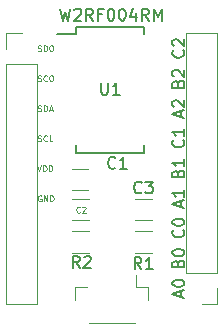
<source format=gbr>
%TF.GenerationSoftware,KiCad,Pcbnew,(6.0.0-0)*%
%TF.CreationDate,2022-02-05T19:10:17-08:00*%
%TF.ProjectId,w2rf004rm-breakout,77327266-3030-4347-926d-2d627265616b,v1*%
%TF.SameCoordinates,Original*%
%TF.FileFunction,Legend,Top*%
%TF.FilePolarity,Positive*%
%FSLAX46Y46*%
G04 Gerber Fmt 4.6, Leading zero omitted, Abs format (unit mm)*
G04 Created by KiCad (PCBNEW (6.0.0-0)) date 2022-02-05 19:10:17*
%MOMM*%
%LPD*%
G01*
G04 APERTURE LIST*
%ADD10C,0.125000*%
%ADD11C,0.150000*%
%ADD12C,0.120000*%
G04 APERTURE END LIST*
D10*
X141350476Y-97870000D02*
X141302857Y-97846190D01*
X141231429Y-97846190D01*
X141160000Y-97870000D01*
X141112381Y-97917619D01*
X141088571Y-97965238D01*
X141064762Y-98060476D01*
X141064762Y-98131904D01*
X141088571Y-98227142D01*
X141112381Y-98274761D01*
X141160000Y-98322380D01*
X141231429Y-98346190D01*
X141279048Y-98346190D01*
X141350476Y-98322380D01*
X141374286Y-98298571D01*
X141374286Y-98131904D01*
X141279048Y-98131904D01*
X141588571Y-98346190D02*
X141588571Y-97846190D01*
X141874286Y-98346190D01*
X141874286Y-97846190D01*
X142112381Y-98346190D02*
X142112381Y-97846190D01*
X142231429Y-97846190D01*
X142302857Y-97870000D01*
X142350476Y-97917619D01*
X142374286Y-97965238D01*
X142398095Y-98060476D01*
X142398095Y-98131904D01*
X142374286Y-98227142D01*
X142350476Y-98274761D01*
X142302857Y-98322380D01*
X142231429Y-98346190D01*
X142112381Y-98346190D01*
X141017142Y-95306190D02*
X141183809Y-95806190D01*
X141350475Y-95306190D01*
X141517142Y-95806190D02*
X141517142Y-95306190D01*
X141636189Y-95306190D01*
X141707618Y-95330000D01*
X141755237Y-95377619D01*
X141779047Y-95425238D01*
X141802856Y-95520476D01*
X141802856Y-95591904D01*
X141779047Y-95687142D01*
X141755237Y-95734761D01*
X141707618Y-95782380D01*
X141636189Y-95806190D01*
X141517142Y-95806190D01*
X142017142Y-95806190D02*
X142017142Y-95306190D01*
X142136189Y-95306190D01*
X142207618Y-95330000D01*
X142255237Y-95377619D01*
X142279047Y-95425238D01*
X142302856Y-95520476D01*
X142302856Y-95591904D01*
X142279047Y-95687142D01*
X142255237Y-95734761D01*
X142207618Y-95782380D01*
X142136189Y-95806190D01*
X142017142Y-95806190D01*
X141064761Y-93242380D02*
X141136190Y-93266190D01*
X141255238Y-93266190D01*
X141302857Y-93242380D01*
X141326666Y-93218571D01*
X141350476Y-93170952D01*
X141350476Y-93123333D01*
X141326666Y-93075714D01*
X141302857Y-93051904D01*
X141255238Y-93028095D01*
X141160000Y-93004285D01*
X141112380Y-92980476D01*
X141088571Y-92956666D01*
X141064761Y-92909047D01*
X141064761Y-92861428D01*
X141088571Y-92813809D01*
X141112380Y-92790000D01*
X141160000Y-92766190D01*
X141279047Y-92766190D01*
X141350476Y-92790000D01*
X141850476Y-93218571D02*
X141826666Y-93242380D01*
X141755238Y-93266190D01*
X141707619Y-93266190D01*
X141636190Y-93242380D01*
X141588571Y-93194761D01*
X141564761Y-93147142D01*
X141540952Y-93051904D01*
X141540952Y-92980476D01*
X141564761Y-92885238D01*
X141588571Y-92837619D01*
X141636190Y-92790000D01*
X141707619Y-92766190D01*
X141755238Y-92766190D01*
X141826666Y-92790000D01*
X141850476Y-92813809D01*
X142302857Y-93266190D02*
X142064761Y-93266190D01*
X142064761Y-92766190D01*
X141064762Y-90702380D02*
X141136190Y-90726190D01*
X141255238Y-90726190D01*
X141302857Y-90702380D01*
X141326666Y-90678571D01*
X141350476Y-90630952D01*
X141350476Y-90583333D01*
X141326666Y-90535714D01*
X141302857Y-90511904D01*
X141255238Y-90488095D01*
X141160000Y-90464285D01*
X141112381Y-90440476D01*
X141088571Y-90416666D01*
X141064762Y-90369047D01*
X141064762Y-90321428D01*
X141088571Y-90273809D01*
X141112381Y-90250000D01*
X141160000Y-90226190D01*
X141279047Y-90226190D01*
X141350476Y-90250000D01*
X141564762Y-90726190D02*
X141564762Y-90226190D01*
X141683809Y-90226190D01*
X141755238Y-90250000D01*
X141802857Y-90297619D01*
X141826666Y-90345238D01*
X141850476Y-90440476D01*
X141850476Y-90511904D01*
X141826666Y-90607142D01*
X141802857Y-90654761D01*
X141755238Y-90702380D01*
X141683809Y-90726190D01*
X141564762Y-90726190D01*
X142040952Y-90583333D02*
X142279047Y-90583333D01*
X141993333Y-90726190D02*
X142160000Y-90226190D01*
X142326666Y-90726190D01*
X141064762Y-88162380D02*
X141136190Y-88186190D01*
X141255238Y-88186190D01*
X141302857Y-88162380D01*
X141326666Y-88138571D01*
X141350476Y-88090952D01*
X141350476Y-88043333D01*
X141326666Y-87995714D01*
X141302857Y-87971904D01*
X141255238Y-87948095D01*
X141160000Y-87924285D01*
X141112381Y-87900476D01*
X141088571Y-87876666D01*
X141064762Y-87829047D01*
X141064762Y-87781428D01*
X141088571Y-87733809D01*
X141112381Y-87710000D01*
X141160000Y-87686190D01*
X141279047Y-87686190D01*
X141350476Y-87710000D01*
X141850476Y-88138571D02*
X141826666Y-88162380D01*
X141755238Y-88186190D01*
X141707619Y-88186190D01*
X141636190Y-88162380D01*
X141588571Y-88114761D01*
X141564762Y-88067142D01*
X141540952Y-87971904D01*
X141540952Y-87900476D01*
X141564762Y-87805238D01*
X141588571Y-87757619D01*
X141636190Y-87710000D01*
X141707619Y-87686190D01*
X141755238Y-87686190D01*
X141826666Y-87710000D01*
X141850476Y-87733809D01*
X142160000Y-87686190D02*
X142255238Y-87686190D01*
X142302857Y-87710000D01*
X142350476Y-87757619D01*
X142374285Y-87852857D01*
X142374285Y-88019523D01*
X142350476Y-88114761D01*
X142302857Y-88162380D01*
X142255238Y-88186190D01*
X142160000Y-88186190D01*
X142112381Y-88162380D01*
X142064762Y-88114761D01*
X142040952Y-88019523D01*
X142040952Y-87852857D01*
X142064762Y-87757619D01*
X142112381Y-87710000D01*
X142160000Y-87686190D01*
X141064762Y-85622380D02*
X141136190Y-85646190D01*
X141255238Y-85646190D01*
X141302857Y-85622380D01*
X141326666Y-85598571D01*
X141350476Y-85550952D01*
X141350476Y-85503333D01*
X141326666Y-85455714D01*
X141302857Y-85431904D01*
X141255238Y-85408095D01*
X141160000Y-85384285D01*
X141112381Y-85360476D01*
X141088571Y-85336666D01*
X141064762Y-85289047D01*
X141064762Y-85241428D01*
X141088571Y-85193809D01*
X141112381Y-85170000D01*
X141160000Y-85146190D01*
X141279047Y-85146190D01*
X141350476Y-85170000D01*
X141564762Y-85646190D02*
X141564762Y-85146190D01*
X141683809Y-85146190D01*
X141755238Y-85170000D01*
X141802857Y-85217619D01*
X141826666Y-85265238D01*
X141850476Y-85360476D01*
X141850476Y-85431904D01*
X141826666Y-85527142D01*
X141802857Y-85574761D01*
X141755238Y-85622380D01*
X141683809Y-85646190D01*
X141564762Y-85646190D01*
X142160000Y-85146190D02*
X142255238Y-85146190D01*
X142302857Y-85170000D01*
X142350476Y-85217619D01*
X142374285Y-85312857D01*
X142374285Y-85479523D01*
X142350476Y-85574761D01*
X142302857Y-85622380D01*
X142255238Y-85646190D01*
X142160000Y-85646190D01*
X142112381Y-85622380D01*
X142064762Y-85574761D01*
X142040952Y-85479523D01*
X142040952Y-85312857D01*
X142064762Y-85217619D01*
X142112381Y-85170000D01*
X142160000Y-85146190D01*
D11*
X153367142Y-85566667D02*
X153414761Y-85614286D01*
X153462380Y-85757143D01*
X153462380Y-85852381D01*
X153414761Y-85995239D01*
X153319523Y-86090477D01*
X153224285Y-86138096D01*
X153033809Y-86185715D01*
X152890952Y-86185715D01*
X152700476Y-86138096D01*
X152605238Y-86090477D01*
X152510000Y-85995239D01*
X152462380Y-85852381D01*
X152462380Y-85757143D01*
X152510000Y-85614286D01*
X152557619Y-85566667D01*
X152557619Y-85185715D02*
X152510000Y-85138096D01*
X152462380Y-85042858D01*
X152462380Y-84804762D01*
X152510000Y-84709524D01*
X152557619Y-84661905D01*
X152652857Y-84614286D01*
X152748095Y-84614286D01*
X152890952Y-84661905D01*
X153462380Y-85233334D01*
X153462380Y-84614286D01*
X152938571Y-88389404D02*
X152986190Y-88246547D01*
X153033809Y-88198928D01*
X153129047Y-88151309D01*
X153271904Y-88151309D01*
X153367142Y-88198928D01*
X153414761Y-88246547D01*
X153462380Y-88341785D01*
X153462380Y-88722738D01*
X152462380Y-88722738D01*
X152462380Y-88389404D01*
X152510000Y-88294166D01*
X152557619Y-88246547D01*
X152652857Y-88198928D01*
X152748095Y-88198928D01*
X152843333Y-88246547D01*
X152890952Y-88294166D01*
X152938571Y-88389404D01*
X152938571Y-88722738D01*
X152557619Y-87770357D02*
X152510000Y-87722738D01*
X152462380Y-87627500D01*
X152462380Y-87389404D01*
X152510000Y-87294166D01*
X152557619Y-87246547D01*
X152652857Y-87198928D01*
X152748095Y-87198928D01*
X152890952Y-87246547D01*
X153462380Y-87817976D01*
X153462380Y-87198928D01*
X153176666Y-91212141D02*
X153176666Y-90735951D01*
X153462380Y-91307379D02*
X152462380Y-90974046D01*
X153462380Y-90640713D01*
X152557619Y-90354998D02*
X152510000Y-90307379D01*
X152462380Y-90212141D01*
X152462380Y-89974046D01*
X152510000Y-89878808D01*
X152557619Y-89831189D01*
X152652857Y-89783570D01*
X152748095Y-89783570D01*
X152890952Y-89831189D01*
X153462380Y-90402617D01*
X153462380Y-89783570D01*
X153367142Y-93177736D02*
X153414761Y-93225355D01*
X153462380Y-93368212D01*
X153462380Y-93463450D01*
X153414761Y-93606308D01*
X153319523Y-93701546D01*
X153224285Y-93749165D01*
X153033809Y-93796784D01*
X152890952Y-93796784D01*
X152700476Y-93749165D01*
X152605238Y-93701546D01*
X152510000Y-93606308D01*
X152462380Y-93463450D01*
X152462380Y-93368212D01*
X152510000Y-93225355D01*
X152557619Y-93177736D01*
X153462380Y-92225355D02*
X153462380Y-92796784D01*
X153462380Y-92511070D02*
X152462380Y-92511070D01*
X152605238Y-92606308D01*
X152700476Y-92701546D01*
X152748095Y-92796784D01*
X152938571Y-96000473D02*
X152986190Y-95857616D01*
X153033809Y-95809997D01*
X153129047Y-95762378D01*
X153271904Y-95762378D01*
X153367142Y-95809997D01*
X153414761Y-95857616D01*
X153462380Y-95952854D01*
X153462380Y-96333807D01*
X152462380Y-96333807D01*
X152462380Y-96000473D01*
X152510000Y-95905235D01*
X152557619Y-95857616D01*
X152652857Y-95809997D01*
X152748095Y-95809997D01*
X152843333Y-95857616D01*
X152890952Y-95905235D01*
X152938571Y-96000473D01*
X152938571Y-96333807D01*
X153462380Y-94809997D02*
X153462380Y-95381426D01*
X153462380Y-95095712D02*
X152462380Y-95095712D01*
X152605238Y-95190950D01*
X152700476Y-95286188D01*
X152748095Y-95381426D01*
X153176666Y-98823210D02*
X153176666Y-98347020D01*
X153462380Y-98918448D02*
X152462380Y-98585115D01*
X153462380Y-98251782D01*
X153462380Y-97394639D02*
X153462380Y-97966067D01*
X153462380Y-97680353D02*
X152462380Y-97680353D01*
X152605238Y-97775591D01*
X152700476Y-97870829D01*
X152748095Y-97966067D01*
X153367142Y-100788805D02*
X153414761Y-100836424D01*
X153462380Y-100979281D01*
X153462380Y-101074519D01*
X153414761Y-101217377D01*
X153319523Y-101312615D01*
X153224285Y-101360234D01*
X153033809Y-101407853D01*
X152890952Y-101407853D01*
X152700476Y-101360234D01*
X152605238Y-101312615D01*
X152510000Y-101217377D01*
X152462380Y-101074519D01*
X152462380Y-100979281D01*
X152510000Y-100836424D01*
X152557619Y-100788805D01*
X152462380Y-100169758D02*
X152462380Y-100074519D01*
X152510000Y-99979281D01*
X152557619Y-99931662D01*
X152652857Y-99884043D01*
X152843333Y-99836424D01*
X153081428Y-99836424D01*
X153271904Y-99884043D01*
X153367142Y-99931662D01*
X153414761Y-99979281D01*
X153462380Y-100074519D01*
X153462380Y-100169758D01*
X153414761Y-100264996D01*
X153367142Y-100312615D01*
X153271904Y-100360234D01*
X153081428Y-100407853D01*
X152843333Y-100407853D01*
X152652857Y-100360234D01*
X152557619Y-100312615D01*
X152510000Y-100264996D01*
X152462380Y-100169758D01*
X152938571Y-103611542D02*
X152986190Y-103468685D01*
X153033809Y-103421066D01*
X153129047Y-103373447D01*
X153271904Y-103373447D01*
X153367142Y-103421066D01*
X153414761Y-103468685D01*
X153462380Y-103563923D01*
X153462380Y-103944876D01*
X152462380Y-103944876D01*
X152462380Y-103611542D01*
X152510000Y-103516304D01*
X152557619Y-103468685D01*
X152652857Y-103421066D01*
X152748095Y-103421066D01*
X152843333Y-103468685D01*
X152890952Y-103516304D01*
X152938571Y-103611542D01*
X152938571Y-103944876D01*
X152462380Y-102754400D02*
X152462380Y-102659161D01*
X152510000Y-102563923D01*
X152557619Y-102516304D01*
X152652857Y-102468685D01*
X152843333Y-102421066D01*
X153081428Y-102421066D01*
X153271904Y-102468685D01*
X153367142Y-102516304D01*
X153414761Y-102563923D01*
X153462380Y-102659161D01*
X153462380Y-102754400D01*
X153414761Y-102849638D01*
X153367142Y-102897257D01*
X153271904Y-102944876D01*
X153081428Y-102992495D01*
X152843333Y-102992495D01*
X152652857Y-102944876D01*
X152557619Y-102897257D01*
X152510000Y-102849638D01*
X152462380Y-102754400D01*
X153176666Y-106434285D02*
X153176666Y-105958095D01*
X153462380Y-106529523D02*
X152462380Y-106196190D01*
X153462380Y-105862857D01*
X152462380Y-105339047D02*
X152462380Y-105243809D01*
X152510000Y-105148571D01*
X152557619Y-105100952D01*
X152652857Y-105053333D01*
X152843333Y-105005714D01*
X153081428Y-105005714D01*
X153271904Y-105053333D01*
X153367142Y-105100952D01*
X153414761Y-105148571D01*
X153462380Y-105243809D01*
X153462380Y-105339047D01*
X153414761Y-105434285D01*
X153367142Y-105481904D01*
X153271904Y-105529523D01*
X153081428Y-105577142D01*
X152843333Y-105577142D01*
X152652857Y-105529523D01*
X152557619Y-105481904D01*
X152510000Y-105434285D01*
X152462380Y-105339047D01*
%TO.C,U1*%
X146428095Y-88322380D02*
X146428095Y-89131904D01*
X146475714Y-89227142D01*
X146523333Y-89274761D01*
X146618571Y-89322380D01*
X146809047Y-89322380D01*
X146904285Y-89274761D01*
X146951904Y-89227142D01*
X146999523Y-89131904D01*
X146999523Y-88322380D01*
X147999523Y-89322380D02*
X147428095Y-89322380D01*
X147713809Y-89322380D02*
X147713809Y-88322380D01*
X147618571Y-88465238D01*
X147523333Y-88560476D01*
X147428095Y-88608095D01*
X142966666Y-82052380D02*
X143204761Y-83052380D01*
X143395238Y-82338095D01*
X143585714Y-83052380D01*
X143823809Y-82052380D01*
X144157142Y-82147619D02*
X144204761Y-82100000D01*
X144300000Y-82052380D01*
X144538095Y-82052380D01*
X144633333Y-82100000D01*
X144680952Y-82147619D01*
X144728571Y-82242857D01*
X144728571Y-82338095D01*
X144680952Y-82480952D01*
X144109523Y-83052380D01*
X144728571Y-83052380D01*
X145728571Y-83052380D02*
X145395238Y-82576190D01*
X145157142Y-83052380D02*
X145157142Y-82052380D01*
X145538095Y-82052380D01*
X145633333Y-82100000D01*
X145680952Y-82147619D01*
X145728571Y-82242857D01*
X145728571Y-82385714D01*
X145680952Y-82480952D01*
X145633333Y-82528571D01*
X145538095Y-82576190D01*
X145157142Y-82576190D01*
X146490476Y-82528571D02*
X146157142Y-82528571D01*
X146157142Y-83052380D02*
X146157142Y-82052380D01*
X146633333Y-82052380D01*
X147204761Y-82052380D02*
X147300000Y-82052380D01*
X147395238Y-82100000D01*
X147442857Y-82147619D01*
X147490476Y-82242857D01*
X147538095Y-82433333D01*
X147538095Y-82671428D01*
X147490476Y-82861904D01*
X147442857Y-82957142D01*
X147395238Y-83004761D01*
X147300000Y-83052380D01*
X147204761Y-83052380D01*
X147109523Y-83004761D01*
X147061904Y-82957142D01*
X147014285Y-82861904D01*
X146966666Y-82671428D01*
X146966666Y-82433333D01*
X147014285Y-82242857D01*
X147061904Y-82147619D01*
X147109523Y-82100000D01*
X147204761Y-82052380D01*
X148157142Y-82052380D02*
X148252380Y-82052380D01*
X148347619Y-82100000D01*
X148395238Y-82147619D01*
X148442857Y-82242857D01*
X148490476Y-82433333D01*
X148490476Y-82671428D01*
X148442857Y-82861904D01*
X148395238Y-82957142D01*
X148347619Y-83004761D01*
X148252380Y-83052380D01*
X148157142Y-83052380D01*
X148061904Y-83004761D01*
X148014285Y-82957142D01*
X147966666Y-82861904D01*
X147919047Y-82671428D01*
X147919047Y-82433333D01*
X147966666Y-82242857D01*
X148014285Y-82147619D01*
X148061904Y-82100000D01*
X148157142Y-82052380D01*
X149347619Y-82385714D02*
X149347619Y-83052380D01*
X149109523Y-82004761D02*
X148871428Y-82719047D01*
X149490476Y-82719047D01*
X150442857Y-83052380D02*
X150109523Y-82576190D01*
X149871428Y-83052380D02*
X149871428Y-82052380D01*
X150252380Y-82052380D01*
X150347619Y-82100000D01*
X150395238Y-82147619D01*
X150442857Y-82242857D01*
X150442857Y-82385714D01*
X150395238Y-82480952D01*
X150347619Y-82528571D01*
X150252380Y-82576190D01*
X149871428Y-82576190D01*
X150871428Y-83052380D02*
X150871428Y-82052380D01*
X151204761Y-82766666D01*
X151538095Y-82052380D01*
X151538095Y-83052380D01*
%TO.C,R2*%
X144593333Y-103992380D02*
X144260000Y-103516190D01*
X144021904Y-103992380D02*
X144021904Y-102992380D01*
X144402857Y-102992380D01*
X144498095Y-103040000D01*
X144545714Y-103087619D01*
X144593333Y-103182857D01*
X144593333Y-103325714D01*
X144545714Y-103420952D01*
X144498095Y-103468571D01*
X144402857Y-103516190D01*
X144021904Y-103516190D01*
X144974285Y-103087619D02*
X145021904Y-103040000D01*
X145117142Y-102992380D01*
X145355238Y-102992380D01*
X145450476Y-103040000D01*
X145498095Y-103087619D01*
X145545714Y-103182857D01*
X145545714Y-103278095D01*
X145498095Y-103420952D01*
X144926666Y-103992380D01*
X145545714Y-103992380D01*
%TO.C,R1*%
X149833333Y-104084380D02*
X149500000Y-103608190D01*
X149261904Y-104084380D02*
X149261904Y-103084380D01*
X149642857Y-103084380D01*
X149738095Y-103132000D01*
X149785714Y-103179619D01*
X149833333Y-103274857D01*
X149833333Y-103417714D01*
X149785714Y-103512952D01*
X149738095Y-103560571D01*
X149642857Y-103608190D01*
X149261904Y-103608190D01*
X150785714Y-104084380D02*
X150214285Y-104084380D01*
X150500000Y-104084380D02*
X150500000Y-103084380D01*
X150404761Y-103227238D01*
X150309523Y-103322476D01*
X150214285Y-103370095D01*
%TO.C,C3*%
X149843333Y-97597142D02*
X149795714Y-97644761D01*
X149652857Y-97692380D01*
X149557619Y-97692380D01*
X149414761Y-97644761D01*
X149319523Y-97549523D01*
X149271904Y-97454285D01*
X149224285Y-97263809D01*
X149224285Y-97120952D01*
X149271904Y-96930476D01*
X149319523Y-96835238D01*
X149414761Y-96740000D01*
X149557619Y-96692380D01*
X149652857Y-96692380D01*
X149795714Y-96740000D01*
X149843333Y-96787619D01*
X150176666Y-96692380D02*
X150795714Y-96692380D01*
X150462380Y-97073333D01*
X150605238Y-97073333D01*
X150700476Y-97120952D01*
X150748095Y-97168571D01*
X150795714Y-97263809D01*
X150795714Y-97501904D01*
X150748095Y-97597142D01*
X150700476Y-97644761D01*
X150605238Y-97692380D01*
X150319523Y-97692380D01*
X150224285Y-97644761D01*
X150176666Y-97597142D01*
D10*
%TO.C,C2*%
X144626666Y-99258571D02*
X144602857Y-99282380D01*
X144531428Y-99306190D01*
X144483809Y-99306190D01*
X144412380Y-99282380D01*
X144364761Y-99234761D01*
X144340952Y-99187142D01*
X144317142Y-99091904D01*
X144317142Y-99020476D01*
X144340952Y-98925238D01*
X144364761Y-98877619D01*
X144412380Y-98830000D01*
X144483809Y-98806190D01*
X144531428Y-98806190D01*
X144602857Y-98830000D01*
X144626666Y-98853809D01*
X144817142Y-98853809D02*
X144840952Y-98830000D01*
X144888571Y-98806190D01*
X145007619Y-98806190D01*
X145055238Y-98830000D01*
X145079047Y-98853809D01*
X145102857Y-98901428D01*
X145102857Y-98949047D01*
X145079047Y-99020476D01*
X144793333Y-99306190D01*
X145102857Y-99306190D01*
D11*
%TO.C,C1*%
X147623333Y-95497142D02*
X147575714Y-95544761D01*
X147432857Y-95592380D01*
X147337619Y-95592380D01*
X147194761Y-95544761D01*
X147099523Y-95449523D01*
X147051904Y-95354285D01*
X147004285Y-95163809D01*
X147004285Y-95020952D01*
X147051904Y-94830476D01*
X147099523Y-94735238D01*
X147194761Y-94640000D01*
X147337619Y-94592380D01*
X147432857Y-94592380D01*
X147575714Y-94640000D01*
X147623333Y-94687619D01*
X148575714Y-95592380D02*
X148004285Y-95592380D01*
X148290000Y-95592380D02*
X148290000Y-94592380D01*
X148194761Y-94735238D01*
X148099523Y-94830476D01*
X148004285Y-94878095D01*
%TO.C,U1*%
X144305000Y-84150000D02*
X142705000Y-84150000D01*
X144305000Y-94225000D02*
X150055000Y-94225000D01*
X144305000Y-83575000D02*
X150055000Y-83575000D01*
X144305000Y-94225000D02*
X144305000Y-93575000D01*
X150055000Y-94225000D02*
X150055000Y-93575000D01*
X150055000Y-83575000D02*
X150055000Y-84225000D01*
X144305000Y-83575000D02*
X144305000Y-84150000D01*
D12*
%TO.C,R2*%
X143972936Y-102722000D02*
X145427064Y-102722000D01*
X143972936Y-100902000D02*
X145427064Y-100902000D01*
%TO.C,R1*%
X150727064Y-102722000D02*
X149272936Y-102722000D01*
X150727064Y-100902000D02*
X149272936Y-100902000D01*
%TO.C,J3*%
X138370000Y-84090000D02*
X139700000Y-84090000D01*
X138370000Y-85420000D02*
X138370000Y-84090000D01*
X138370000Y-86690000D02*
X141030000Y-86690000D01*
X141030000Y-86690000D02*
X141030000Y-107070000D01*
X138370000Y-86690000D02*
X138370000Y-107070000D01*
X138370000Y-107070000D02*
X141030000Y-107070000D01*
%TO.C,J2*%
X156270000Y-107050000D02*
X154940000Y-107050000D01*
X156270000Y-105720000D02*
X156270000Y-107050000D01*
X156270000Y-104450000D02*
X153610000Y-104450000D01*
X153610000Y-104450000D02*
X153610000Y-84070000D01*
X156270000Y-104450000D02*
X156270000Y-84070000D01*
X156270000Y-84070000D02*
X153610000Y-84070000D01*
%TO.C,J1*%
X150430000Y-106720000D02*
X150430000Y-105570000D01*
X150430000Y-105570000D02*
X149380000Y-105570000D01*
X149380000Y-105570000D02*
X149380000Y-104580000D01*
X144210000Y-106720000D02*
X144210000Y-105570000D01*
X144210000Y-105570000D02*
X145260000Y-105570000D01*
X149260000Y-108690000D02*
X145380000Y-108690000D01*
%TO.C,C3*%
X150711252Y-98150000D02*
X149288748Y-98150000D01*
X150711252Y-99970000D02*
X149288748Y-99970000D01*
%TO.C,C2*%
X143988748Y-98150000D02*
X145411252Y-98150000D01*
X143988748Y-99970000D02*
X145411252Y-99970000D01*
%TO.C,C1*%
X143928748Y-95610000D02*
X145351252Y-95610000D01*
X143928748Y-97430000D02*
X145351252Y-97430000D01*
%TD*%
M02*

</source>
